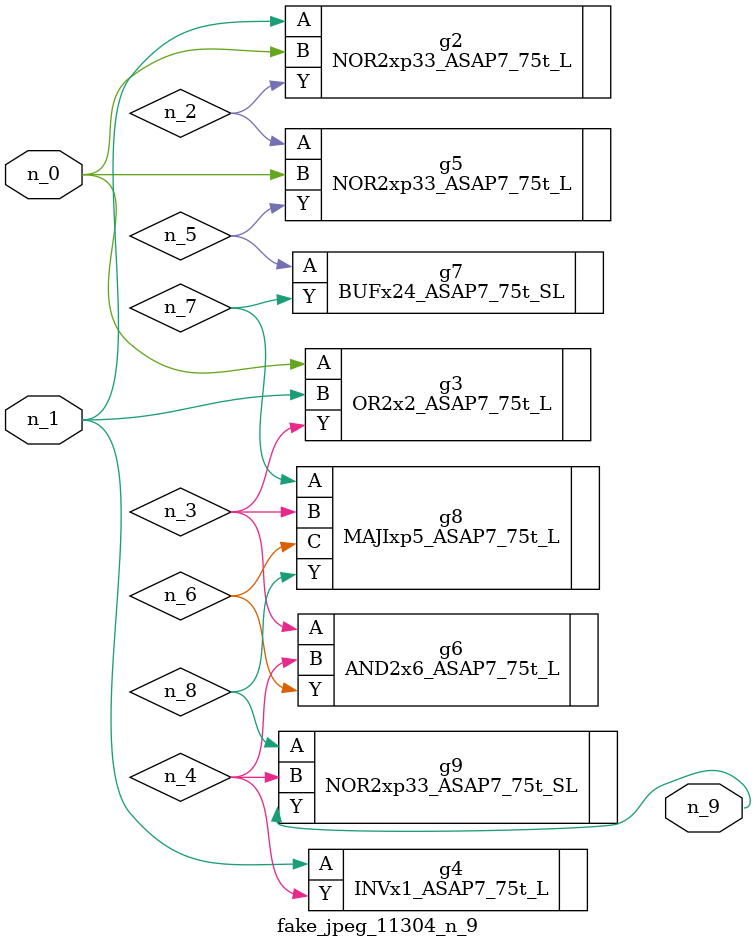
<source format=v>
module fake_jpeg_11304_n_9 (n_0, n_1, n_9);

input n_0;
input n_1;

output n_9;

wire n_3;
wire n_2;
wire n_4;
wire n_8;
wire n_6;
wire n_5;
wire n_7;

NOR2xp33_ASAP7_75t_L g2 ( 
.A(n_1),
.B(n_0),
.Y(n_2)
);

OR2x2_ASAP7_75t_L g3 ( 
.A(n_0),
.B(n_1),
.Y(n_3)
);

INVx1_ASAP7_75t_L g4 ( 
.A(n_1),
.Y(n_4)
);

NOR2xp33_ASAP7_75t_L g5 ( 
.A(n_2),
.B(n_0),
.Y(n_5)
);

BUFx24_ASAP7_75t_SL g7 ( 
.A(n_5),
.Y(n_7)
);

AND2x6_ASAP7_75t_L g6 ( 
.A(n_3),
.B(n_4),
.Y(n_6)
);

MAJIxp5_ASAP7_75t_L g8 ( 
.A(n_7),
.B(n_3),
.C(n_6),
.Y(n_8)
);

NOR2xp33_ASAP7_75t_SL g9 ( 
.A(n_8),
.B(n_4),
.Y(n_9)
);


endmodule
</source>
